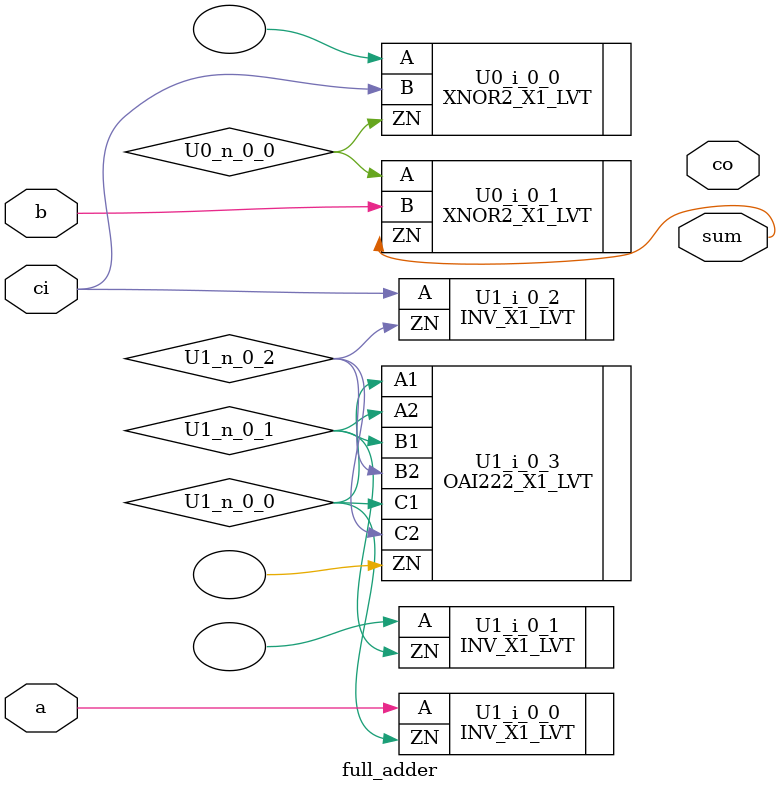
<source format=v>
module full_adder(co,sum,a,b,ci);
   output co;
   output sum;
   input a;
   input b;
   input ci;
   wire U1_n_0_0;
   wire U1_n_0_1;
   wire U1_n_0_2;
   wire U0_n_0_0;
  INV_X1_LVT U1_i_0_0 (.ZN(U1_n_0_0), .A(a));
  INV_X1_LVT U1_i_0_1 (.ZN(U1_n_0_1), .A());
  INV_X1_LVT U1_i_0_2 (.ZN(U1_n_0_2), .A(ci));
  OAI222_X1_LVT U1_i_0_3 (.ZN(), .A1(U1_n_0_0), .A2(U1_n_0_1), .B1(U1_n_0_1), 
      .B2(U1_n_0_2), .C1(U1_n_0_0), .C2(U1_n_0_2));
  XNOR2_X1_LVT U0_i_0_0 (.ZN(U0_n_0_0), .A(), .B(ci));
  XNOR2_X1_LVT U0_i_0_1 (.ZN(sum), .A(U0_n_0_0), .B(b));
endmodule


</source>
